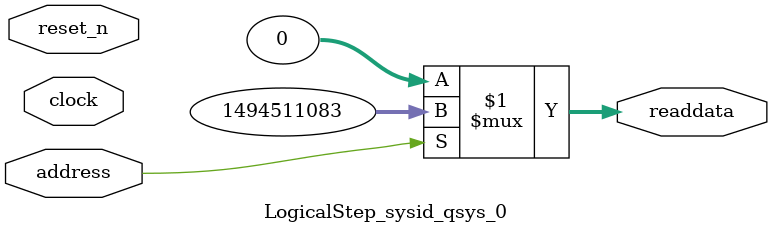
<source format=v>



// synthesis translate_off
`timescale 1ns / 1ps
// synthesis translate_on

// turn off superfluous verilog processor warnings 
// altera message_level Level1 
// altera message_off 10034 10035 10036 10037 10230 10240 10030 

module LogicalStep_sysid_qsys_0 (
               // inputs:
                address,
                clock,
                reset_n,

               // outputs:
                readdata
             )
;

  output  [ 31: 0] readdata;
  input            address;
  input            clock;
  input            reset_n;

  wire    [ 31: 0] readdata;
  //control_slave, which is an e_avalon_slave
  assign readdata = address ? 1494511083 : 0;

endmodule




</source>
